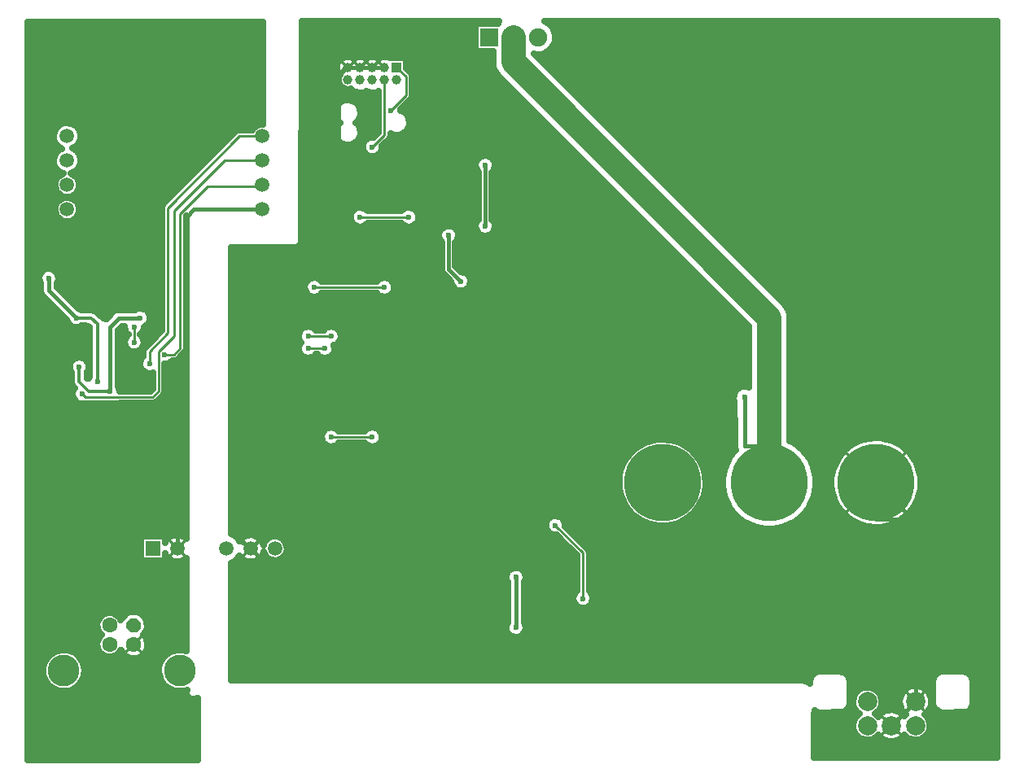
<source format=gbl>
G04 DipTrace 2.3.1.0*
%INreloadpro.back.gbl*%
%MOIN*%
%ADD14C,0.016*%
%ADD15C,0.01*%
%ADD16C,0.014*%
%ADD19C,0.0394*%
%ADD20C,0.08*%
%ADD21C,0.1*%
%ADD23C,0.025*%
%ADD24C,0.013*%
%ADD28C,0.063*%
%ADD29C,0.1299*%
%ADD32R,0.0394X0.0394*%
%ADD33C,0.0394*%
%ADD39C,0.315*%
%ADD44R,0.0748X0.0748*%
%ADD45C,0.0748*%
%ADD49C,0.0787*%
%ADD50C,0.0591*%
%ADD53R,0.0591X0.0591*%
%ADD54C,0.0236*%
%FSLAX44Y44*%
G04*
G70*
G90*
G75*
G01*
%LNBottom*%
%LPD*%
X24312Y9750D2*
D14*
Y11812D1*
X6437Y20425D2*
D16*
Y19812D1*
X6812Y19437D1*
X7687D1*
D14*
Y22062D1*
X8062Y22437D1*
X8937D1*
X18437Y17559D2*
D15*
X16750D1*
X27062Y10937D2*
Y12812D1*
X25937Y13937D1*
X18937Y23687D2*
X16062D1*
X19437Y32687D2*
X19812Y32312D1*
Y31562D1*
X19187Y30937D1*
X6562Y19312D2*
X6687Y19187D1*
X9437D1*
X9687Y19437D1*
Y21062D1*
X10312Y21687D1*
Y26812D1*
X12375Y28875D1*
X13937D1*
X9937Y20937D2*
X10312D1*
X10562Y21187D1*
Y26687D1*
X11687Y27812D1*
X13875D1*
X13937Y27875D1*
X34687Y16687D2*
D20*
Y15687D1*
D21*
Y17187D1*
Y22437D1*
X24213Y32911D1*
Y33937D1*
X33687Y19187D2*
D14*
Y17187D1*
X34687D1*
X19937Y26562D2*
D15*
X17937D1*
X13449Y12992D2*
D14*
X13382D1*
X12937Y13437D1*
Y18687D1*
X39062Y15687D2*
Y14687D1*
Y14187D1*
X39937D1*
Y9437D1*
X25812D1*
X15687D1*
X14937Y10187D1*
Y11437D1*
X13937Y12437D1*
X14004D1*
X13449Y12992D1*
X20062Y21812D2*
Y18437D1*
X18812Y17187D1*
X18437D1*
X17644D1*
X16187Y15730D1*
X13449Y12992D1*
X21437Y24062D2*
D15*
Y19937D1*
Y19812D1*
X20062Y18437D1*
X39062Y14687D2*
D14*
D3*
X25687Y24937D2*
D15*
Y23312D1*
X22312Y19937D1*
X21437D1*
X25812Y11062D2*
Y9437D1*
X26062Y14562D2*
X18437D1*
Y17187D1*
X25312Y25812D2*
Y25312D1*
X25687Y24937D1*
X26812Y27312D2*
Y24437D1*
X25687Y23312D1*
X25187Y28187D2*
Y25937D1*
X25312Y25812D1*
X25187Y29937D2*
Y28187D1*
X25687Y21687D2*
D14*
Y19937D1*
X22312D1*
X18437Y13562D2*
D15*
Y16687D1*
D14*
Y17187D1*
X39695Y5733D2*
X40679Y6718D1*
Y14070D1*
X39062Y15687D1*
X17937Y31062D2*
Y27687D1*
D15*
X14937Y24687D1*
Y15730D1*
X16187D1*
X18937Y32687D2*
D14*
X18437D1*
X17937D1*
X17437D1*
X17312D1*
X17062Y32437D1*
Y26812D1*
D15*
X14937Y24687D1*
X23062Y28687D2*
D14*
Y26187D1*
X21562Y25812D2*
Y24437D1*
X22062Y23937D1*
X18937Y32187D2*
D15*
Y29937D1*
X18437Y29437D1*
X8687Y22062D2*
Y21437D1*
X13937Y29875D2*
X13000D1*
X10062Y26937D1*
Y21812D1*
X9312Y21062D1*
Y20562D1*
X16500Y21187D2*
X15812D1*
X16750Y21687D2*
X15812D1*
X7187Y19812D2*
D16*
Y22187D1*
X6937Y22437D1*
X6312D1*
X5187Y24062D2*
D14*
Y23562D1*
X6312Y22437D1*
X10449Y12992D2*
Y15675D1*
X7437Y18687D1*
X13937Y26875D2*
X11125D1*
X10812Y26562D1*
Y16085D1*
X10449Y15722D1*
Y15675D1*
D54*
X24312Y11812D3*
Y9750D3*
Y11812D3*
D3*
X6437Y20425D3*
X7687Y19437D3*
X8937Y22437D3*
X18437Y17559D3*
X16750D3*
X27062Y10937D3*
X25937Y13937D3*
X18937Y23687D3*
X16062D3*
X19187Y30937D3*
X16062Y23687D3*
X6562Y19312D3*
X9937Y20937D3*
X33687Y19187D3*
X19937Y26562D3*
X17937D3*
X12937Y18687D3*
X20062Y21812D3*
X21437Y24062D3*
X25687Y24937D3*
X25812Y11062D3*
X26062Y14562D3*
X25312Y25812D3*
X25687Y24937D3*
X26812Y27312D3*
X25187Y28187D3*
X25312Y25812D3*
X25187Y29937D3*
Y28187D3*
X25687Y21687D3*
X18437Y13562D3*
X17937Y31062D3*
X23062Y28687D3*
Y26187D3*
X21562Y25812D3*
X22062Y23937D3*
X18437Y29437D3*
X8687Y22062D3*
Y21437D3*
X9312Y20562D3*
X16500Y21187D3*
X15812D3*
X16750Y21687D3*
X15812D3*
X7187Y19812D3*
X6312Y22437D3*
X5187Y24062D3*
X7437Y18687D3*
D19*
X34687Y16687D3*
Y14687D3*
X35687Y15687D3*
X33687D3*
X33937Y16437D3*
X35437D3*
Y14937D3*
X33937D3*
X39062Y16687D3*
Y14687D3*
X38062Y15687D3*
X40062D3*
X39812Y16437D3*
X38312Y14937D3*
Y16437D3*
X39812Y14937D3*
X30312Y16687D3*
Y14687D3*
X31312Y15687D3*
X29312D3*
X29562Y16437D3*
X31062D3*
Y14937D3*
X29562D3*
X4337Y34313D2*
D23*
X13937D1*
X4337Y34065D2*
X13937D1*
X4337Y33816D2*
X13937D1*
X4337Y33567D2*
X13937D1*
X4337Y33319D2*
X13937D1*
X4337Y33070D2*
X13937D1*
X4337Y32821D2*
X13937D1*
X4337Y32573D2*
X13937D1*
X4337Y32324D2*
X13937D1*
X4337Y32075D2*
X13937D1*
X4337Y31826D2*
X13937D1*
X4337Y31578D2*
X13937D1*
X4337Y31329D2*
X13937D1*
X4337Y31080D2*
X13937D1*
X4337Y30832D2*
X13937D1*
X4337Y30583D2*
X13937D1*
X4337Y30334D2*
X5609D1*
X6265D2*
X13742D1*
X4337Y30086D2*
X5402D1*
X6472D2*
X12851D1*
X4337Y29837D2*
X5363D1*
X6511D2*
X12590D1*
X4337Y29588D2*
X5441D1*
X6433D2*
X12344D1*
X4337Y29340D2*
X5617D1*
X6257D2*
X12094D1*
X4337Y29091D2*
X5406D1*
X6468D2*
X11844D1*
X4337Y28842D2*
X5363D1*
X6511D2*
X11598D1*
X4337Y28594D2*
X5437D1*
X6437D2*
X11348D1*
X4337Y28345D2*
X5762D1*
X6112D2*
X11098D1*
X4337Y28096D2*
X5476D1*
X6398D2*
X10851D1*
X4337Y27847D2*
X5422D1*
X6452D2*
X10601D1*
X4337Y27599D2*
X5508D1*
X6366D2*
X10351D1*
X4337Y27350D2*
X5793D1*
X6083D2*
X10105D1*
X4337Y27101D2*
X5476D1*
X6398D2*
X9855D1*
X4337Y26853D2*
X5422D1*
X6452D2*
X9793D1*
X4337Y26604D2*
X5504D1*
X6370D2*
X9793D1*
X4337Y26355D2*
X9793D1*
X4337Y26107D2*
X9793D1*
X4337Y25858D2*
X9793D1*
X4337Y25609D2*
X9793D1*
X4337Y25361D2*
X9793D1*
X4337Y25112D2*
X9793D1*
X4337Y24863D2*
X9793D1*
X4337Y24615D2*
X9793D1*
X4337Y24366D2*
X4910D1*
X5464D2*
X9793D1*
X4337Y24117D2*
X4773D1*
X5601D2*
X9793D1*
X4337Y23868D2*
X4820D1*
X5554D2*
X9793D1*
X4337Y23620D2*
X4828D1*
X5628D2*
X9793D1*
X4337Y23371D2*
X4887D1*
X5878D2*
X9793D1*
X4337Y23122D2*
X5129D1*
X6124D2*
X9793D1*
X4337Y22874D2*
X5375D1*
X6374D2*
X9793D1*
X4337Y22625D2*
X5625D1*
X7233D2*
X7750D1*
X9308D2*
X9793D1*
X4337Y22376D2*
X5875D1*
X9351D2*
X9793D1*
X4337Y22128D2*
X6043D1*
X9206D2*
X9793D1*
X4337Y21879D2*
X6836D1*
X8046D2*
X8312D1*
X9062D2*
X9758D1*
X4337Y21630D2*
X6836D1*
X8046D2*
X8320D1*
X9054D2*
X9508D1*
X4337Y21382D2*
X6836D1*
X8046D2*
X8273D1*
X9101D2*
X9261D1*
X4337Y21133D2*
X6836D1*
X8046D2*
X8410D1*
X4337Y20884D2*
X6836D1*
X8046D2*
X9043D1*
X10632D2*
X10812D1*
X4337Y20636D2*
X6078D1*
X8046D2*
X8898D1*
X10214D2*
X10812D1*
X4337Y20387D2*
X6019D1*
X8046D2*
X8933D1*
X9956D2*
X10812D1*
X4337Y20138D2*
X6086D1*
X8046D2*
X9418D1*
X9956D2*
X10812D1*
X4337Y19889D2*
X6086D1*
X8046D2*
X9418D1*
X9956D2*
X10812D1*
X4337Y19641D2*
X6137D1*
X8050D2*
X9418D1*
X9956D2*
X10812D1*
X4337Y19392D2*
X6152D1*
X9952D2*
X10812D1*
X4337Y19143D2*
X6180D1*
X9765D2*
X10812D1*
X4337Y18895D2*
X10812D1*
X4337Y18646D2*
X10812D1*
X4337Y18397D2*
X10812D1*
X4337Y18149D2*
X10812D1*
X4337Y17900D2*
X10812D1*
X4337Y17651D2*
X10812D1*
X4337Y17403D2*
X10812D1*
X4337Y17154D2*
X10812D1*
X4337Y16905D2*
X10812D1*
X4337Y16656D2*
X10812D1*
X4337Y16408D2*
X10812D1*
X4337Y16159D2*
X10812D1*
X4337Y15910D2*
X10812D1*
X4337Y15662D2*
X10812D1*
X4337Y15413D2*
X10812D1*
X4337Y15164D2*
X10812D1*
X4337Y14916D2*
X10812D1*
X4337Y14667D2*
X10812D1*
X4337Y14418D2*
X10812D1*
X4337Y14170D2*
X10812D1*
X4337Y13921D2*
X10812D1*
X4337Y13672D2*
X10812D1*
X4337Y13424D2*
X8933D1*
X4337Y13175D2*
X8933D1*
X4337Y12926D2*
X8933D1*
X4337Y12677D2*
X8933D1*
X4337Y12429D2*
X10812D1*
X4337Y12180D2*
X10812D1*
X4337Y11931D2*
X10812D1*
X4337Y11683D2*
X10812D1*
X4337Y11434D2*
X10812D1*
X4337Y11185D2*
X10812D1*
X4337Y10937D2*
X10812D1*
X4337Y10688D2*
X10812D1*
X4337Y10439D2*
X10812D1*
X4337Y10191D2*
X7281D1*
X8073D2*
X8211D1*
X9108D2*
X10812D1*
X4337Y9942D2*
X7152D1*
X9233D2*
X10812D1*
X4337Y9693D2*
X7164D1*
X9230D2*
X10812D1*
X4337Y9445D2*
X7324D1*
X9101D2*
X10812D1*
X4337Y9196D2*
X7164D1*
X9237D2*
X10812D1*
X4337Y8947D2*
X7152D1*
X9245D2*
X10812D1*
X4337Y8698D2*
X5316D1*
X6280D2*
X7289D1*
X8066D2*
X8191D1*
X9132D2*
X10058D1*
X4337Y8450D2*
X5066D1*
X6530D2*
X9808D1*
X4337Y8201D2*
X4957D1*
X6640D2*
X9699D1*
X4337Y7952D2*
X4930D1*
X6667D2*
X9672D1*
X4337Y7704D2*
X4980D1*
X6620D2*
X9719D1*
X4337Y7455D2*
X5121D1*
X6480D2*
X9859D1*
X4337Y7206D2*
X5457D1*
X6144D2*
X10195D1*
X4337Y6958D2*
X10840D1*
X4337Y6709D2*
X11269D1*
X4337Y6460D2*
X11269D1*
X4337Y6212D2*
X11269D1*
X4337Y5963D2*
X11269D1*
X4337Y5714D2*
X11269D1*
X4337Y5466D2*
X11269D1*
X4337Y5217D2*
X11269D1*
X4337Y4968D2*
X11269D1*
X4337Y4719D2*
X11269D1*
X4337Y4471D2*
X11269D1*
X8279Y10232D2*
X8361Y10314D1*
X8490Y10383D1*
X8782Y10389D1*
X8923Y10346D1*
X9133Y10143D1*
X9202Y10014D1*
X9207Y9722D1*
X9165Y9581D1*
X9058Y9464D1*
X9138Y9368D1*
X9194Y9257D1*
X9226Y9136D1*
X9229Y9005D1*
X9205Y8883D1*
X9154Y8769D1*
X9080Y8668D1*
X8986Y8587D1*
X8876Y8527D1*
X8756Y8493D1*
X8632Y8486D1*
X8509Y8506D1*
X8393Y8552D1*
X8290Y8623D1*
X8205Y8714D1*
X8141Y8822D1*
X8136Y8834D1*
X8055Y8713D1*
X7961Y8631D1*
X7850Y8575D1*
X7728Y8548D1*
X7603Y8551D1*
X7483Y8583D1*
X7375Y8645D1*
X7284Y8730D1*
X7217Y8835D1*
X7177Y8954D1*
X7168Y9078D1*
X7189Y9201D1*
X7239Y9315D1*
X7315Y9414D1*
X7355Y9445D1*
X7284Y9518D1*
X7217Y9623D1*
X7177Y9741D1*
X7168Y9865D1*
X7189Y9988D1*
X7239Y10103D1*
X7315Y10201D1*
X7413Y10278D1*
X7526Y10330D1*
X7649Y10352D1*
X7773Y10343D1*
X7892Y10305D1*
X7998Y10239D1*
X8085Y10149D1*
X8137Y10058D1*
X8158Y10104D1*
X8279Y10232D1*
X6635Y7864D2*
X6607Y7742D1*
X6562Y7625D1*
X6500Y7517D1*
X6423Y7419D1*
X6332Y7333D1*
X6230Y7262D1*
X6118Y7206D1*
X5999Y7168D1*
X5876Y7147D1*
X5751Y7145D1*
X5627Y7161D1*
X5507Y7196D1*
X5393Y7247D1*
X5289Y7315D1*
X5195Y7398D1*
X5115Y7494D1*
X5049Y7600D1*
X5000Y7715D1*
X4969Y7836D1*
X4955Y7960D1*
X4960Y8085D1*
X4984Y8207D1*
X5025Y8325D1*
X5083Y8436D1*
X5157Y8536D1*
X5245Y8625D1*
X5345Y8700D1*
X5454Y8759D1*
X5572Y8802D1*
X5694Y8826D1*
X5819Y8833D1*
X5943Y8820D1*
X6065Y8790D1*
X6180Y8742D1*
X6287Y8678D1*
X6383Y8598D1*
X6467Y8506D1*
X6536Y8401D1*
X6589Y8288D1*
X6624Y8169D1*
X6644Y7988D1*
X6635Y7864D1*
X6473Y29751D2*
X6431Y29633D1*
X6364Y29528D1*
X6275Y29441D1*
X6165Y29374D1*
X6308Y29281D1*
X6390Y29187D1*
X6449Y29077D1*
X6481Y28957D1*
X6487Y28875D1*
X6473Y28751D1*
X6431Y28633D1*
X6364Y28528D1*
X6275Y28441D1*
X6169Y28375D1*
X6076Y28345D1*
X6230Y28267D1*
X6320Y28181D1*
X6385Y28074D1*
X6421Y27955D1*
X6427Y27875D1*
X6411Y27751D1*
X6365Y27635D1*
X6291Y27535D1*
X6194Y27457D1*
X6080Y27406D1*
X5957Y27385D1*
X5833Y27395D1*
X5715Y27437D1*
X5612Y27507D1*
X5530Y27601D1*
X5474Y27712D1*
X5448Y27834D1*
X5454Y27959D1*
X5491Y28078D1*
X5557Y28184D1*
X5647Y28270D1*
X5756Y28330D1*
X5798Y28341D1*
X5686Y28385D1*
X5582Y28454D1*
X5497Y28545D1*
X5434Y28652D1*
X5396Y28771D1*
X5387Y28896D1*
X5406Y29019D1*
X5452Y29135D1*
X5523Y29237D1*
X5616Y29321D1*
X5708Y29373D1*
X5582Y29454D1*
X5497Y29545D1*
X5434Y29652D1*
X5396Y29771D1*
X5387Y29896D1*
X5406Y30019D1*
X5452Y30135D1*
X5523Y30237D1*
X5616Y30321D1*
X5725Y30382D1*
X5844Y30417D1*
X5969Y30424D1*
X6092Y30403D1*
X6207Y30354D1*
X6308Y30281D1*
X6390Y30187D1*
X6449Y30077D1*
X6481Y29957D1*
X6487Y29875D1*
X6473Y29751D1*
X6411Y26751D2*
X6365Y26635D1*
X6291Y26535D1*
X6194Y26457D1*
X6080Y26406D1*
X5957Y26385D1*
X5833Y26395D1*
X5715Y26437D1*
X5612Y26507D1*
X5530Y26601D1*
X5474Y26712D1*
X5448Y26834D1*
X5454Y26959D1*
X5491Y27078D1*
X5557Y27184D1*
X5647Y27270D1*
X5756Y27330D1*
X5877Y27361D1*
X6001D1*
X6122Y27329D1*
X6230Y27267D1*
X6320Y27181D1*
X6385Y27074D1*
X6421Y26955D1*
X6427Y26875D1*
X6411Y26751D1*
X8022Y21925D2*
X8023Y19640D1*
X8068Y19537D1*
X8080Y19433D1*
X9339Y19432D1*
X9443Y19539D1*
X9442Y20191D1*
X9306Y20168D1*
X9183Y20190D1*
X9074Y20248D1*
X8988Y20338D1*
X8934Y20451D1*
X8918Y20574D1*
X8942Y20696D1*
X9002Y20805D1*
X9068Y20866D1*
X9067Y21062D1*
X9101Y21184D1*
X9139Y21235D1*
X9815Y21912D1*
X9817Y26937D1*
X9851Y27059D1*
X9889Y27110D1*
X12826Y30048D1*
X12937Y30110D1*
X13000Y30120D1*
X13518Y30121D1*
X13557Y30184D1*
X13647Y30270D1*
X13756Y30330D1*
X13877Y30361D1*
X13959D1*
X13962Y31187D1*
Y34566D1*
X13687Y34562D1*
X4312D1*
Y4312D1*
X11292D1*
X11295Y6855D1*
X11082Y6838D1*
X10961Y6861D1*
X10870Y6944D1*
X10837Y7062D1*
X10839Y7200D1*
X10739Y7168D1*
X10616Y7147D1*
X10491Y7145D1*
X10367Y7161D1*
X10247Y7196D1*
X10134Y7247D1*
X10029Y7315D1*
X9935Y7398D1*
X9855Y7494D1*
X9789Y7600D1*
X9740Y7715D1*
X9709Y7836D1*
X9695Y7960D1*
X9700Y8085D1*
X9724Y8207D1*
X9765Y8325D1*
X9823Y8436D1*
X9897Y8536D1*
X9985Y8625D1*
X10085Y8700D1*
X10195Y8759D1*
X10312Y8802D1*
X10435Y8826D1*
X10559Y8833D1*
X10684Y8820D1*
X10837Y8777D1*
Y12605D1*
X10767Y12543D1*
X10658Y12483D1*
X10538Y12449D1*
X10413Y12443D1*
X10290Y12465D1*
X10176Y12514D1*
X10075Y12588D1*
X9994Y12683D1*
X9939Y12785D1*
Y12502D1*
X8959D1*
Y13482D1*
X9939D1*
X9942Y13207D1*
X10004Y13316D1*
X10088Y13408D1*
X10191Y13478D1*
X10307Y13524D1*
X10431Y13542D1*
X10555Y13532D1*
X10674Y13494D1*
X10781Y13431D1*
X10837Y13382D1*
Y26613D1*
X10807Y26562D1*
Y21187D1*
X10773Y21065D1*
X10735Y21014D1*
X10485Y20764D1*
X10375Y20701D1*
X10312Y20692D1*
X10246D1*
X10166Y20616D1*
X10054Y20561D1*
X9935Y20544D1*
X9932Y19437D1*
X9898Y19315D1*
X9860Y19264D1*
X9610Y19014D1*
X9500Y18951D1*
X9437Y18942D1*
X6679Y18936D1*
X6556Y18918D1*
X6433Y18940D1*
X6324Y18998D1*
X6238Y19088D1*
X6184Y19201D1*
X6168Y19324D1*
X6192Y19446D1*
X6246Y19545D1*
X6207Y19582D1*
X6138Y19685D1*
X6112Y19812D1*
Y20199D1*
X6059Y20314D1*
X6043Y20437D1*
X6067Y20559D1*
X6127Y20668D1*
X6218Y20753D1*
X6331Y20805D1*
X6455Y20819D1*
X6577Y20794D1*
X6685Y20732D1*
X6768Y20639D1*
X6818Y20525D1*
X6831Y20425D1*
X6811Y20302D1*
X6763Y20209D1*
X6762Y19945D1*
X6817Y19946D1*
X6864Y20031D1*
X6862Y22050D1*
X6687Y22112D1*
X6535D1*
X6429Y22061D1*
X6306Y22043D1*
X6183Y22065D1*
X6074Y22123D1*
X5988Y22213D1*
X5932Y22345D1*
X4950Y23325D1*
X4880Y23428D1*
X4852Y23562D1*
Y23855D1*
X4809Y23951D1*
X4793Y24074D1*
X4817Y24196D1*
X4877Y24305D1*
X4968Y24390D1*
X5081Y24442D1*
X5205Y24456D1*
X5327Y24430D1*
X5435Y24368D1*
X5518Y24276D1*
X5568Y24162D1*
X5581Y24062D1*
X5561Y23939D1*
X5520Y23860D1*
X5522Y23699D1*
X6404Y22818D1*
X6452Y22805D1*
X6530Y22761D1*
X6937Y22762D1*
X7059Y22738D1*
X7167Y22667D1*
X7419Y22414D1*
X7539Y22387D1*
X7825Y22674D1*
X7928Y22744D1*
X8062Y22772D1*
X8730D1*
X8831Y22817D1*
X8955Y22831D1*
X9077Y22805D1*
X9185Y22743D1*
X9268Y22651D1*
X9318Y22537D1*
X9331Y22437D1*
X9311Y22314D1*
X9254Y22203D1*
X9166Y22116D1*
X9079Y22073D1*
X9061Y21939D1*
X9004Y21828D1*
X8930Y21755D1*
X9018Y21651D1*
X9068Y21537D1*
X9081Y21437D1*
X9061Y21314D1*
X9004Y21203D1*
X8916Y21116D1*
X8804Y21061D1*
X8681Y21043D1*
X8558Y21065D1*
X8449Y21123D1*
X8363Y21213D1*
X8309Y21326D1*
X8293Y21449D1*
X8317Y21571D1*
X8377Y21680D1*
X8443Y21741D1*
X8363Y21838D1*
X8309Y21951D1*
X8293Y22074D1*
X8298Y22101D1*
X8202Y22103D1*
X8020Y21921D1*
X8661Y9055D2*
D24*
X9064Y8652D1*
Y9458D2*
X8259Y8652D1*
X10060Y13381D2*
X10838Y12603D1*
Y13381D2*
X10060Y12603D1*
X15562Y34452D2*
D23*
X22618D1*
X25726D2*
X43989D1*
X15562Y34204D2*
X22618D1*
X25894D2*
X43989D1*
X15562Y33955D2*
X22618D1*
X25945D2*
X43989D1*
X15562Y33706D2*
X22618D1*
X25906D2*
X43989D1*
X15562Y33457D2*
X22618D1*
X25762D2*
X43989D1*
X15562Y33209D2*
X23352D1*
X25121D2*
X43989D1*
X15562Y32960D2*
X17051D1*
X19855D2*
X23352D1*
X25371D2*
X43989D1*
X15562Y32711D2*
X16962D1*
X19855D2*
X23376D1*
X25617D2*
X43989D1*
X15562Y32463D2*
X17020D1*
X20031D2*
X23485D1*
X25867D2*
X43989D1*
X15562Y32214D2*
X17020D1*
X20082D2*
X23704D1*
X26117D2*
X43989D1*
X15562Y31965D2*
X17090D1*
X20082D2*
X23954D1*
X26363D2*
X43989D1*
X15562Y31717D2*
X17665D1*
X20082D2*
X24200D1*
X26613D2*
X43989D1*
X15562Y31468D2*
X18669D1*
X20062D2*
X24450D1*
X26863D2*
X43989D1*
X15562Y31219D2*
X17055D1*
X17816D2*
X18669D1*
X19840D2*
X24700D1*
X27109D2*
X43989D1*
X15562Y30971D2*
X16907D1*
X17965D2*
X18669D1*
X19605D2*
X24946D1*
X27359D2*
X43989D1*
X15562Y30722D2*
X16903D1*
X17972D2*
X18669D1*
X19898D2*
X25196D1*
X27609D2*
X43989D1*
X15562Y30473D2*
X17040D1*
X17836D2*
X18669D1*
X19984D2*
X25446D1*
X27855D2*
X43989D1*
X15562Y30225D2*
X16926D1*
X17949D2*
X18669D1*
X19937D2*
X25692D1*
X28105D2*
X43989D1*
X15562Y29976D2*
X16895D1*
X17980D2*
X18606D1*
X19707D2*
X25942D1*
X28355D2*
X43989D1*
X15562Y29727D2*
X16993D1*
X17883D2*
X18145D1*
X19097D2*
X26192D1*
X28601D2*
X43989D1*
X15562Y29478D2*
X18020D1*
X18855D2*
X26438D1*
X28851D2*
X43989D1*
X15562Y29230D2*
X18079D1*
X18797D2*
X26688D1*
X29101D2*
X43989D1*
X15562Y28981D2*
X22774D1*
X23347D2*
X26938D1*
X29347D2*
X43989D1*
X15562Y28732D2*
X22645D1*
X23476D2*
X27184D1*
X29597D2*
X43989D1*
X15562Y28484D2*
X22700D1*
X23426D2*
X27434D1*
X29847D2*
X43989D1*
X15562Y28235D2*
X22762D1*
X23363D2*
X27684D1*
X30094D2*
X43989D1*
X15562Y27986D2*
X22762D1*
X23363D2*
X27930D1*
X30344D2*
X43989D1*
X15562Y27738D2*
X22762D1*
X23363D2*
X28180D1*
X30594D2*
X43989D1*
X15562Y27489D2*
X22762D1*
X23363D2*
X28430D1*
X30840D2*
X43989D1*
X15562Y27240D2*
X22762D1*
X23363D2*
X28676D1*
X31090D2*
X43989D1*
X15562Y26992D2*
X22762D1*
X23363D2*
X28926D1*
X31340D2*
X43989D1*
X15562Y26743D2*
X17563D1*
X20312D2*
X22762D1*
X23363D2*
X29176D1*
X31586D2*
X43989D1*
X15562Y26494D2*
X17524D1*
X20351D2*
X22762D1*
X23363D2*
X29422D1*
X31836D2*
X43989D1*
X15562Y26246D2*
X17676D1*
X18195D2*
X19676D1*
X20195D2*
X22649D1*
X23476D2*
X29672D1*
X32086D2*
X43989D1*
X15562Y25997D2*
X21188D1*
X21933D2*
X22692D1*
X23433D2*
X29922D1*
X32332D2*
X43989D1*
X15562Y25748D2*
X21149D1*
X21976D2*
X30169D1*
X32582D2*
X43989D1*
X15555Y25499D2*
X21262D1*
X21863D2*
X30419D1*
X32832D2*
X43989D1*
X12687Y25251D2*
X21262D1*
X21863D2*
X30669D1*
X33078D2*
X43989D1*
X12687Y25002D2*
X21262D1*
X21863D2*
X30915D1*
X33328D2*
X43989D1*
X12687Y24753D2*
X21262D1*
X21863D2*
X31165D1*
X33578D2*
X43989D1*
X12687Y24505D2*
X21262D1*
X21906D2*
X31415D1*
X33824D2*
X43989D1*
X12687Y24256D2*
X21329D1*
X22316D2*
X31661D1*
X34074D2*
X43989D1*
X12687Y24007D2*
X15809D1*
X16316D2*
X18684D1*
X19191D2*
X21579D1*
X22476D2*
X31911D1*
X34324D2*
X43989D1*
X12687Y23759D2*
X15649D1*
X19347D2*
X21684D1*
X22437D2*
X32161D1*
X34570D2*
X43989D1*
X12687Y23510D2*
X15684D1*
X19312D2*
X32407D1*
X34820D2*
X43989D1*
X12687Y23261D2*
X32657D1*
X35070D2*
X43989D1*
X12687Y23013D2*
X32907D1*
X35316D2*
X43989D1*
X12687Y22764D2*
X33153D1*
X35480D2*
X43989D1*
X12687Y22515D2*
X33403D1*
X35543D2*
X43989D1*
X12687Y22267D2*
X33653D1*
X35547D2*
X43989D1*
X12687Y22018D2*
X15575D1*
X16051D2*
X16512D1*
X16988D2*
X33829D1*
X35547D2*
X43989D1*
X12687Y21769D2*
X15403D1*
X17160D2*
X33829D1*
X35547D2*
X43989D1*
X12687Y21520D2*
X15430D1*
X17133D2*
X33829D1*
X35547D2*
X43989D1*
X12687Y21272D2*
X15403D1*
X16910D2*
X33829D1*
X35547D2*
X43989D1*
X12687Y21023D2*
X15430D1*
X16883D2*
X33829D1*
X35547D2*
X43989D1*
X12687Y20774D2*
X33829D1*
X35547D2*
X43989D1*
X12687Y20526D2*
X33829D1*
X35547D2*
X43989D1*
X12687Y20277D2*
X33829D1*
X35547D2*
X43989D1*
X12687Y20028D2*
X33829D1*
X35547D2*
X43989D1*
X12687Y19780D2*
X33829D1*
X35547D2*
X43989D1*
X12687Y19531D2*
X33368D1*
X35547D2*
X43989D1*
X12687Y19282D2*
X33219D1*
X35547D2*
X43989D1*
X12687Y19034D2*
X33235D1*
X35547D2*
X43989D1*
X12687Y18785D2*
X33247D1*
X35547D2*
X43989D1*
X12687Y18536D2*
X33247D1*
X35547D2*
X43989D1*
X12687Y18288D2*
X33247D1*
X35547D2*
X43989D1*
X12687Y18039D2*
X33247D1*
X35547D2*
X43989D1*
X12687Y17790D2*
X16407D1*
X18781D2*
X33247D1*
X35547D2*
X43989D1*
X12687Y17541D2*
X16333D1*
X18855D2*
X33247D1*
X35547D2*
X43989D1*
X12687Y17293D2*
X16434D1*
X17066D2*
X18122D1*
X18754D2*
X29544D1*
X31082D2*
X33247D1*
X35746D2*
X38161D1*
X39965D2*
X43989D1*
X12687Y17044D2*
X29153D1*
X31472D2*
X33274D1*
X36055D2*
X37809D1*
X40312D2*
X43989D1*
X12687Y16795D2*
X28907D1*
X31715D2*
X33106D1*
X36265D2*
X37583D1*
X40543D2*
X43989D1*
X12687Y16547D2*
X28739D1*
X31883D2*
X32958D1*
X36418D2*
X37422D1*
X40703D2*
X43989D1*
X12687Y16298D2*
X28626D1*
X31996D2*
X32852D1*
X36519D2*
X37313D1*
X40812D2*
X43989D1*
X12687Y16049D2*
X28555D1*
X32070D2*
X32786D1*
X36586D2*
X37243D1*
X40879D2*
X43989D1*
X12687Y15801D2*
X28520D1*
X32101D2*
X32755D1*
X36617D2*
X37212D1*
X40914D2*
X43989D1*
X12687Y15552D2*
X28524D1*
X32101D2*
X32758D1*
X36617D2*
X37212D1*
X40910D2*
X43989D1*
X12687Y15303D2*
X28559D1*
X32066D2*
X32790D1*
X36582D2*
X37247D1*
X40875D2*
X43989D1*
X12687Y15055D2*
X28633D1*
X31988D2*
X32860D1*
X36515D2*
X37321D1*
X40805D2*
X43989D1*
X12687Y14806D2*
X28751D1*
X31871D2*
X32969D1*
X36406D2*
X37434D1*
X40691D2*
X43989D1*
X12687Y14557D2*
X28926D1*
X31699D2*
X33122D1*
X36250D2*
X37598D1*
X40527D2*
X43989D1*
X12687Y14309D2*
X25782D1*
X26094D2*
X29176D1*
X31445D2*
X33340D1*
X36035D2*
X37833D1*
X40289D2*
X43989D1*
X12687Y14060D2*
X25540D1*
X26336D2*
X29590D1*
X31031D2*
X33661D1*
X35711D2*
X38200D1*
X39926D2*
X43989D1*
X12687Y13811D2*
X25540D1*
X26433D2*
X34305D1*
X35070D2*
X43989D1*
X12742Y13562D2*
X25790D1*
X26683D2*
X43989D1*
X13922Y13314D2*
X14055D1*
X14844D2*
X26188D1*
X26933D2*
X43989D1*
X14957Y13065D2*
X26438D1*
X27180D2*
X43989D1*
X14930Y12816D2*
X26688D1*
X27332D2*
X43989D1*
X12941Y12568D2*
X13071D1*
X13824D2*
X14180D1*
X14719D2*
X26794D1*
X27332D2*
X43989D1*
X12687Y12319D2*
X26794D1*
X27332D2*
X43989D1*
X12687Y12070D2*
X23989D1*
X24633D2*
X26794D1*
X27332D2*
X43989D1*
X12687Y11822D2*
X23895D1*
X24730D2*
X26794D1*
X27332D2*
X43989D1*
X12687Y11573D2*
X23954D1*
X24672D2*
X26794D1*
X27332D2*
X43989D1*
X12687Y11324D2*
X23954D1*
X24672D2*
X26794D1*
X27332D2*
X43989D1*
X12687Y11076D2*
X23954D1*
X24672D2*
X26669D1*
X27457D2*
X43989D1*
X12687Y10827D2*
X23954D1*
X24672D2*
X26657D1*
X27465D2*
X43989D1*
X12687Y10578D2*
X23954D1*
X24672D2*
X26876D1*
X27250D2*
X43989D1*
X12687Y10330D2*
X23954D1*
X24672D2*
X43989D1*
X12687Y10081D2*
X23954D1*
X24672D2*
X43989D1*
X12687Y9832D2*
X23903D1*
X24722D2*
X43989D1*
X12687Y9583D2*
X23930D1*
X24695D2*
X43989D1*
X12687Y9335D2*
X43989D1*
X12687Y9086D2*
X43989D1*
X12687Y8837D2*
X43989D1*
X12687Y8589D2*
X43989D1*
X12687Y8340D2*
X43989D1*
X12687Y8091D2*
X43989D1*
X12687Y7843D2*
X36473D1*
X37875D2*
X41516D1*
X42914D2*
X43989D1*
X36097Y7594D2*
X36337D1*
X38012D2*
X41376D1*
X43051D2*
X43989D1*
X38019Y7345D2*
X40493D1*
X40867D2*
X41372D1*
X43058D2*
X43989D1*
X38019Y7097D2*
X38235D1*
X39187D2*
X40130D1*
X41230D2*
X41369D1*
X43058D2*
X43989D1*
X39308Y6848D2*
X40020D1*
X43058D2*
X43989D1*
X39312Y6599D2*
X40016D1*
X43047D2*
X43989D1*
X37836Y6351D2*
X38227D1*
X39195D2*
X39469D1*
X39918D2*
X40118D1*
X41238D2*
X41551D1*
X42879D2*
X43989D1*
X36562Y6102D2*
X38227D1*
X41164D2*
X43989D1*
X36562Y5853D2*
X38110D1*
X41281D2*
X43989D1*
X36562Y5604D2*
X38110D1*
X41277D2*
X43989D1*
X36562Y5356D2*
X38235D1*
X41156D2*
X43989D1*
X36562Y5107D2*
X39501D1*
X39890D2*
X43989D1*
X36562Y4858D2*
X43989D1*
X36562Y4610D2*
X43989D1*
X36593Y15562D2*
X36560Y15314D1*
X36495Y15073D1*
X36400Y14842D1*
X36275Y14626D1*
X36123Y14428D1*
X35946Y14251D1*
X35748Y14099D1*
X35532Y13974D1*
X35301Y13879D1*
X35060Y13814D1*
X34812Y13781D1*
X34562D1*
X34314Y13814D1*
X34073Y13879D1*
X33842Y13974D1*
X33626Y14099D1*
X33428Y14251D1*
X33251Y14428D1*
X33099Y14626D1*
X32974Y14842D1*
X32879Y15073D1*
X32814Y15315D1*
X32781Y15562D1*
Y15812D1*
X32814Y16060D1*
X32879Y16301D1*
X32974Y16532D1*
X33099Y16748D1*
X33251Y16946D1*
X33310Y17014D1*
X33275Y17133D1*
X33272Y17687D1*
X33267Y19018D1*
X33236Y19139D1*
X33240Y19263D1*
X33278Y19382D1*
X33347Y19486D1*
X33441Y19567D1*
X33554Y19620D1*
X33677Y19640D1*
X33801Y19626D1*
X33855Y19603D1*
X33852Y21187D1*
Y22089D1*
X24109Y31834D1*
X23622Y32321D1*
X23541Y32416D1*
X23474Y32521D1*
X23424Y32636D1*
X23392Y32757D1*
X23378Y32911D1*
Y33368D1*
X22644D1*
Y34506D1*
X23601D1*
X23636Y34587D1*
X15538D1*
X15537Y25562D1*
X15503Y25443D1*
X15392Y25352D1*
X15312Y25337D1*
X12660D1*
X12662Y24062D1*
Y13582D1*
X12720Y13561D1*
X12826Y13497D1*
X12918Y13412D1*
X12997Y13301D1*
X13035Y13355D1*
X13128Y13439D1*
X13236Y13500D1*
X13356Y13535D1*
X13481Y13541D1*
X13604Y13520D1*
X13719Y13472D1*
X13820Y13399D1*
X13902Y13305D1*
X13960Y13195D1*
X13980Y13135D1*
X14003Y13196D1*
X14068Y13301D1*
X14159Y13387D1*
X14268Y13448D1*
X14389Y13479D1*
X14513Y13478D1*
X14634Y13446D1*
X14742Y13385D1*
X14832Y13298D1*
X14897Y13192D1*
X14933Y13072D1*
X14939Y12992D1*
X14923Y12868D1*
X14877Y12753D1*
X14803Y12653D1*
X14705Y12574D1*
X14592Y12523D1*
X14469Y12502D1*
X14345Y12513D1*
X14227Y12555D1*
X14124Y12625D1*
X14042Y12719D1*
X13980Y12857D1*
X13954Y12773D1*
X13891Y12665D1*
X13807Y12574D1*
X13703Y12504D1*
X13587Y12459D1*
X13463Y12442D1*
X13339Y12453D1*
X13220Y12492D1*
X13113Y12556D1*
X13024Y12643D1*
X12996Y12679D1*
X12891Y12543D1*
X12794Y12465D1*
X12664Y12402D1*
X12662Y10312D1*
Y7597D1*
X14081Y7600D1*
X35947Y7605D1*
X36025D1*
X36184Y7566D1*
X36223Y7550D1*
X36356Y7458D1*
Y7525D1*
X36374Y7648D1*
X36428Y7760D1*
X36511Y7853D1*
X36618Y7917D1*
X36742Y7947D1*
X37568Y7950D1*
X37691Y7931D1*
X37804Y7878D1*
X37896Y7795D1*
X37961Y7688D1*
X37991Y7563D1*
X37993Y6698D1*
X37975Y6575D1*
X37922Y6462D1*
X37838Y6370D1*
X37732Y6306D1*
X37607Y6275D1*
X36781Y6273D1*
X36658Y6291D1*
X36542Y6347D1*
X36579Y6325D1*
X36537Y6225D1*
Y4409D1*
X37189Y4412D1*
X44013Y4410D1*
X44011Y34587D1*
X25499D1*
X25599Y34531D1*
X25697Y34454D1*
X25781Y34361D1*
X25846Y34255D1*
X25892Y34139D1*
X25917Y34017D1*
X25922Y33937D1*
X25911Y33813D1*
X25878Y33692D1*
X25825Y33579D1*
X25753Y33477D1*
X25664Y33390D1*
X25561Y33319D1*
X25447Y33268D1*
X25326Y33237D1*
X25201Y33228D1*
X25058Y33246D1*
X35277Y23027D1*
X35359Y22933D1*
X35425Y22827D1*
X35475Y22713D1*
X35508Y22592D1*
X35522Y22437D1*
Y17402D1*
X35642Y17341D1*
X35850Y17202D1*
X36038Y17037D1*
X36202Y16849D1*
X36341Y16642D1*
X36452Y16418D1*
X36532Y16181D1*
X36581Y15936D1*
X36597Y15687D1*
X36593Y15562D1*
X40892Y15662D2*
X40875Y15438D1*
X40831Y15217D1*
X40760Y15004D1*
X40663Y14801D1*
X40542Y14611D1*
X40399Y14438D1*
X40236Y14283D1*
X40055Y14150D1*
X39859Y14040D1*
X39651Y13954D1*
X39434Y13895D1*
X39211Y13863D1*
X38986Y13859D1*
X38763Y13882D1*
X38543Y13932D1*
X38332Y14009D1*
X38132Y14111D1*
X37946Y14237D1*
X37776Y14385D1*
X37626Y14553D1*
X37498Y14737D1*
X37393Y14936D1*
X37314Y15147D1*
X37261Y15365D1*
X37235Y15589D1*
X37237Y15813D1*
X37266Y16036D1*
X37322Y16254D1*
X37405Y16463D1*
X37513Y16661D1*
X37644Y16843D1*
X37796Y17008D1*
X37968Y17154D1*
X38156Y17277D1*
X38358Y17376D1*
X38570Y17450D1*
X38790Y17497D1*
X39014Y17516D1*
X39239Y17508D1*
X39461Y17473D1*
X39677Y17410D1*
X39884Y17322D1*
X40078Y17209D1*
X40257Y17073D1*
X40418Y16916D1*
X40558Y16740D1*
X40676Y16549D1*
X40770Y16344D1*
X40837Y16130D1*
X40878Y15908D1*
X40892Y15687D1*
Y15662D1*
X41254Y5609D2*
X41215Y5491D1*
X41152Y5383D1*
X41068Y5291D1*
X40966Y5219D1*
X40851Y5170D1*
X40729Y5147D1*
X40604Y5149D1*
X40483Y5178D1*
X40370Y5232D1*
X40271Y5309D1*
X40224Y5358D1*
X40142Y5264D1*
X40044Y5187D1*
X39933Y5130D1*
X39813Y5095D1*
X39689Y5085D1*
X39565Y5098D1*
X39445Y5134D1*
X39335Y5193D1*
X39238Y5272D1*
X39164Y5360D1*
X39099Y5291D1*
X38997Y5219D1*
X38883Y5170D1*
X38760Y5147D1*
X38635Y5149D1*
X38514Y5178D1*
X38401Y5232D1*
X38303Y5309D1*
X38222Y5404D1*
X38164Y5514D1*
X38130Y5634D1*
X38122Y5759D1*
X38141Y5882D1*
X38185Y5999D1*
X38253Y6104D1*
X38341Y6192D1*
X38390Y6223D1*
X38303Y6293D1*
X38222Y6388D1*
X38164Y6498D1*
X38130Y6619D1*
X38122Y6743D1*
X38141Y6866D1*
X38185Y6983D1*
X38253Y7088D1*
X38341Y7176D1*
X38446Y7244D1*
X38563Y7287D1*
X38686Y7306D1*
X38811Y7298D1*
X38931Y7263D1*
X39041Y7205D1*
X39136Y7124D1*
X39212Y7025D1*
X39266Y6913D1*
X39295Y6791D1*
X39299Y6718D1*
X39286Y6593D1*
X39247Y6475D1*
X39184Y6367D1*
X39099Y6276D1*
X39032Y6228D1*
X39136Y6140D1*
X39162Y6106D1*
X39256Y6211D1*
X39355Y6286D1*
X39468Y6341D1*
X39588Y6373D1*
X39713Y6382D1*
X39837Y6366D1*
X39955Y6327D1*
X40064Y6266D1*
X40159Y6186D1*
X40225Y6107D1*
X40299Y6192D1*
X40205Y6274D1*
X40129Y6373D1*
X40073Y6485D1*
X40040Y6605D1*
X40030Y6730D1*
X40045Y6854D1*
X40082Y6972D1*
X40142Y7082D1*
X40222Y7178D1*
X40319Y7257D1*
X40429Y7316D1*
X40548Y7353D1*
X40672Y7366D1*
X40796Y7356D1*
X40916Y7321D1*
X41028Y7265D1*
X41126Y7188D1*
X41208Y7093D1*
X41270Y6985D1*
X41310Y6867D1*
X41327Y6743D1*
X41320Y6618D1*
X41289Y6497D1*
X41235Y6384D1*
X41161Y6284D1*
X41069Y6199D1*
X41054Y6188D1*
X41105Y6140D1*
X41181Y6041D1*
X41234Y5928D1*
X41263Y5807D1*
X41268Y5733D1*
X41254Y5609D1*
X19944Y30313D2*
X19900Y30196D1*
X19830Y30093D1*
X19737Y30010D1*
X19627Y29951D1*
X19507Y29920D1*
X19382Y29918D1*
X19261Y29946D1*
X19180Y29986D1*
X19182Y29937D1*
X19148Y29815D1*
X19110Y29764D1*
X18826Y29479D1*
X18831Y29437D1*
X18811Y29314D1*
X18754Y29203D1*
X18666Y29116D1*
X18554Y29061D1*
X18431Y29043D1*
X18308Y29065D1*
X18199Y29123D1*
X18113Y29213D1*
X18059Y29326D1*
X18043Y29449D1*
X18067Y29571D1*
X18127Y29680D1*
X18218Y29765D1*
X18331Y29817D1*
X18455Y29831D1*
X18482Y29825D1*
X18692Y30038D1*
Y31722D1*
X18642Y31696D1*
X18522Y31662D1*
X18397Y31657D1*
X18275Y31680D1*
X18186Y31721D1*
X18142Y31696D1*
X18022Y31662D1*
X17897Y31657D1*
X17775Y31680D1*
X17662Y31732D1*
X17561Y31812D1*
X17428Y31795D1*
X17305Y31818D1*
X17196Y31878D1*
X17111Y31969D1*
X17059Y32082D1*
X17046Y32206D1*
X17071Y32328D1*
X17105Y32385D1*
X17063Y32433D1*
X17017Y32521D1*
X16990Y32618D1*
X16986Y32717D1*
X17004Y32816D1*
X17043Y32908D1*
X17101Y32989D1*
X17175Y33055D1*
X17262Y33104D1*
X17358Y33132D1*
X17458Y33138D1*
X17556Y33123D1*
X17649Y33086D1*
X17687Y33063D1*
X17786Y33113D1*
X17883Y33136D1*
X17983Y33137D1*
X18080Y33116D1*
X18171Y33074D1*
X18187Y33063D1*
X18286Y33113D1*
X18383Y33136D1*
X18483Y33137D1*
X18580Y33116D1*
X18671Y33074D1*
X18687Y33063D1*
X18786Y33113D1*
X18883Y33136D1*
X18983Y33137D1*
X19080Y33116D1*
X19162Y33079D1*
X19829D1*
Y32645D1*
X19985Y32485D1*
X20048Y32375D1*
X20057Y32312D1*
Y31562D1*
X20023Y31440D1*
X19985Y31389D1*
X19579Y30983D1*
X19599Y30933D1*
X19712Y30880D1*
X19810Y30802D1*
X19886Y30704D1*
X19936Y30590D1*
X19959Y30437D1*
X19944Y30313D1*
X17944Y29913D2*
X17900Y29796D1*
X17830Y29693D1*
X17737Y29610D1*
X17627Y29551D1*
X17507Y29520D1*
X17382Y29518D1*
X17261Y29546D1*
X17149Y29602D1*
X17054Y29682D1*
X16981Y29783D1*
X16934Y29899D1*
X16915Y30022D1*
X16927Y30146D1*
X16967Y30264D1*
X17034Y30369D1*
X17105Y30436D1*
X17054Y30482D1*
X16981Y30583D1*
X16934Y30699D1*
X16915Y30822D1*
X16927Y30946D1*
X16967Y31064D1*
X17034Y31169D1*
X17125Y31255D1*
X17233Y31317D1*
X17353Y31352D1*
X17477Y31357D1*
X17599Y31333D1*
X17712Y31280D1*
X17810Y31202D1*
X17886Y31104D1*
X17936Y30990D1*
X17959Y30837D1*
X17944Y30713D1*
X17900Y30596D1*
X17830Y30493D1*
X17769Y30439D1*
X17810Y30402D1*
X17886Y30304D1*
X17936Y30190D1*
X17959Y30037D1*
X17944Y29913D1*
X32077Y15562D2*
X32042Y15315D1*
X31973Y15075D1*
X31870Y14847D1*
X31736Y14636D1*
X31574Y14446D1*
X31387Y14281D1*
X31178Y14144D1*
X30952Y14037D1*
X30713Y13963D1*
X30467Y13924D1*
X30217Y13920D1*
X29969Y13951D1*
X29728Y14016D1*
X29499Y14115D1*
X29286Y14245D1*
X29093Y14404D1*
X28924Y14589D1*
X28783Y14795D1*
X28673Y15019D1*
X28595Y15256D1*
X28552Y15502D1*
X28543Y15752D1*
X28570Y16000D1*
X28632Y16242D1*
X28727Y16474D1*
X28853Y16689D1*
X29009Y16884D1*
X29190Y17056D1*
X29394Y17200D1*
X29616Y17314D1*
X29852Y17396D1*
X30098Y17444D1*
X30347Y17456D1*
X30596Y17434D1*
X30839Y17377D1*
X31072Y17286D1*
X31289Y17163D1*
X31487Y17010D1*
X31662Y16832D1*
X31809Y16630D1*
X31927Y16410D1*
X32013Y16176D1*
X32065Y15931D1*
X32082Y15687D1*
X32077Y15562D1*
X41946Y7950D2*
X42608D1*
X42731Y7931D1*
X42844Y7878D1*
X42936Y7795D1*
X43001Y7688D1*
X43031Y7563D1*
X43033Y6698D1*
X43015Y6575D1*
X42962Y6462D1*
X42878Y6370D1*
X42772Y6306D1*
X42647Y6275D1*
X41821Y6273D1*
X41698Y6291D1*
X41585Y6345D1*
X41493Y6428D1*
X41429Y6535D1*
X41398Y6660D1*
X41396Y7525D1*
X41414Y7648D1*
X41468Y7760D1*
X41551Y7853D1*
X41658Y7917D1*
X41782Y7947D1*
X41946Y7950D1*
X23977Y9957D2*
Y11605D1*
X23934Y11701D1*
X23918Y11824D1*
X23942Y11946D1*
X24002Y12055D1*
X24093Y12140D1*
X24206Y12192D1*
X24330Y12206D1*
X24452Y12180D1*
X24560Y12118D1*
X24643Y12026D1*
X24693Y11912D1*
X24706Y11812D1*
X24686Y11689D1*
X24645Y11610D1*
X24647Y9957D1*
X24693Y9849D1*
X24706Y9750D1*
X24686Y9627D1*
X24629Y9516D1*
X24541Y9429D1*
X24429Y9373D1*
X24306Y9355D1*
X24183Y9377D1*
X24074Y9436D1*
X23988Y9526D1*
X23934Y9638D1*
X23918Y9762D1*
X23942Y9884D1*
X23977Y9948D1*
X23976Y11613D2*
X23934Y11701D1*
X23918Y11824D1*
X23942Y11946D1*
X24002Y12055D1*
X24093Y12140D1*
X24206Y12192D1*
X24330Y12206D1*
X24452Y12180D1*
X24560Y12118D1*
X24643Y12026D1*
X24693Y11912D1*
X24706Y11812D1*
X24686Y11689D1*
X24645Y11610D1*
X23976Y11613D2*
X23934Y11701D1*
X23918Y11824D1*
X23942Y11946D1*
X24002Y12055D1*
X24093Y12140D1*
X24206Y12192D1*
X24330Y12206D1*
X24452Y12180D1*
X24560Y12118D1*
X24643Y12026D1*
X24693Y11912D1*
X24706Y11812D1*
X24686Y11689D1*
X24645Y11610D1*
X18128Y17314D2*
X17058D1*
X16978Y17238D1*
X16867Y17183D1*
X16743Y17165D1*
X16621Y17187D1*
X16511Y17245D1*
X16425Y17335D1*
X16372Y17448D1*
X16356Y17571D1*
X16379Y17693D1*
X16439Y17802D1*
X16531Y17887D1*
X16644Y17939D1*
X16768Y17953D1*
X16889Y17927D1*
X16997Y17865D1*
X17052Y17805D1*
X18128Y17804D1*
X18218Y17887D1*
X18331Y17939D1*
X18455Y17953D1*
X18577Y17927D1*
X18685Y17865D1*
X18768Y17773D1*
X18818Y17659D1*
X18831Y17559D1*
X18811Y17436D1*
X18754Y17325D1*
X18666Y17238D1*
X18554Y17183D1*
X18431Y17165D1*
X18308Y17187D1*
X18199Y17245D1*
X18131Y17316D1*
X26817Y11246D2*
Y12714D1*
X26270Y13257D1*
X25980Y13548D1*
X25931Y13543D1*
X25808Y13565D1*
X25699Y13623D1*
X25613Y13713D1*
X25559Y13826D1*
X25543Y13949D1*
X25567Y14071D1*
X25627Y14180D1*
X25718Y14265D1*
X25831Y14317D1*
X25955Y14331D1*
X26077Y14305D1*
X26185Y14243D1*
X26268Y14151D1*
X26318Y14037D1*
X26331Y13937D1*
X26324Y13895D1*
X27235Y12985D1*
X27298Y12875D1*
X27307Y12812D1*
X27310Y11243D1*
X27393Y11151D1*
X27443Y11037D1*
X27456Y10937D1*
X27436Y10814D1*
X27379Y10703D1*
X27291Y10616D1*
X27179Y10561D1*
X27056Y10543D1*
X26933Y10565D1*
X26824Y10623D1*
X26738Y10713D1*
X26684Y10826D1*
X26668Y10949D1*
X26692Y11071D1*
X26752Y11180D1*
X26818Y11241D1*
X18628Y23442D2*
X16371D1*
X16291Y23366D1*
X16179Y23311D1*
X16056Y23293D1*
X15933Y23315D1*
X15824Y23373D1*
X15738Y23463D1*
X15684Y23576D1*
X15668Y23699D1*
X15692Y23821D1*
X15752Y23930D1*
X15843Y24015D1*
X15956Y24067D1*
X16080Y24081D1*
X16202Y24055D1*
X16310Y23993D1*
X16364Y23933D1*
X18628Y23932D1*
X18718Y24015D1*
X18831Y24067D1*
X18955Y24081D1*
X19077Y24055D1*
X19185Y23993D1*
X19268Y23901D1*
X19318Y23787D1*
X19331Y23687D1*
X19311Y23564D1*
X19254Y23453D1*
X19166Y23366D1*
X19054Y23311D1*
X18931Y23293D1*
X18808Y23315D1*
X18699Y23373D1*
X18631Y23444D1*
X16366Y23440D2*
X16291Y23366D1*
X16179Y23311D1*
X16056Y23293D1*
X15933Y23315D1*
X15824Y23373D1*
X15738Y23463D1*
X15684Y23576D1*
X15668Y23699D1*
X15692Y23821D1*
X15752Y23930D1*
X15843Y24015D1*
X15956Y24067D1*
X16080Y24081D1*
X16202Y24055D1*
X16310Y23993D1*
X16364Y23933D1*
X19628Y26317D2*
X18246D1*
X18166Y26241D1*
X18054Y26186D1*
X17931Y26168D1*
X17808Y26190D1*
X17699Y26248D1*
X17613Y26338D1*
X17559Y26451D1*
X17543Y26574D1*
X17567Y26696D1*
X17627Y26805D1*
X17718Y26890D1*
X17831Y26942D1*
X17955Y26956D1*
X18077Y26930D1*
X18185Y26868D1*
X18239Y26808D1*
X19628Y26807D1*
X19718Y26890D1*
X19831Y26942D1*
X19955Y26956D1*
X20077Y26930D1*
X20185Y26868D1*
X20268Y26776D1*
X20318Y26662D1*
X20331Y26562D1*
X20311Y26439D1*
X20254Y26328D1*
X20166Y26241D1*
X20054Y26186D1*
X19931Y26168D1*
X19808Y26190D1*
X19699Y26248D1*
X19631Y26319D1*
X23337Y28402D2*
Y26472D1*
X23393Y26401D1*
X23443Y26287D1*
X23456Y26187D1*
X23436Y26064D1*
X23379Y25953D1*
X23291Y25866D1*
X23179Y25811D1*
X23056Y25793D1*
X22933Y25815D1*
X22824Y25873D1*
X22738Y25963D1*
X22684Y26076D1*
X22668Y26199D1*
X22692Y26321D1*
X22752Y26430D1*
X22789Y26465D1*
X22787Y28402D1*
X22738Y28463D1*
X22684Y28576D1*
X22668Y28699D1*
X22692Y28821D1*
X22752Y28930D1*
X22843Y29015D1*
X22956Y29067D1*
X23080Y29081D1*
X23202Y29055D1*
X23310Y28993D1*
X23393Y28901D1*
X23443Y28787D1*
X23456Y28687D1*
X23436Y28564D1*
X23379Y28453D1*
X23338Y28413D1*
X21837Y25527D2*
Y24550D1*
X22058Y24330D1*
X22202Y24305D1*
X22310Y24243D1*
X22393Y24151D1*
X22443Y24037D1*
X22456Y23937D1*
X22436Y23814D1*
X22379Y23703D1*
X22291Y23616D1*
X22179Y23561D1*
X22056Y23543D1*
X21933Y23565D1*
X21824Y23623D1*
X21738Y23713D1*
X21684Y23826D1*
X21670Y23937D1*
X21368Y24243D1*
X21302Y24352D1*
X21287Y24437D1*
Y25527D1*
X21238Y25588D1*
X21184Y25701D1*
X21168Y25824D1*
X21192Y25946D1*
X21252Y26055D1*
X21343Y26140D1*
X21456Y26192D1*
X21580Y26206D1*
X21702Y26180D1*
X21810Y26118D1*
X21893Y26026D1*
X21943Y25912D1*
X21956Y25812D1*
X21936Y25689D1*
X21879Y25578D1*
X21838Y25538D1*
X16191Y20942D2*
X16121D1*
X16041Y20866D1*
X15929Y20811D1*
X15806Y20793D1*
X15683Y20815D1*
X15574Y20873D1*
X15488Y20963D1*
X15434Y21076D1*
X15418Y21199D1*
X15442Y21321D1*
X15510Y21438D1*
X15488Y21463D1*
X15434Y21576D1*
X15418Y21699D1*
X15442Y21821D1*
X15502Y21930D1*
X15593Y22015D1*
X15706Y22067D1*
X15830Y22081D1*
X15952Y22055D1*
X16060Y21993D1*
X16114Y21933D1*
X16441Y21932D1*
X16531Y22015D1*
X16644Y22067D1*
X16768Y22081D1*
X16889Y22055D1*
X16997Y21993D1*
X17081Y21901D1*
X17131Y21787D1*
X17144Y21687D1*
X17124Y21564D1*
X17067Y21453D1*
X16978Y21366D1*
X16870Y21313D1*
X16894Y21187D1*
X16874Y21064D1*
X16817Y20953D1*
X16728Y20866D1*
X16617Y20811D1*
X16493Y20793D1*
X16371Y20815D1*
X16261Y20873D1*
X16194Y20944D1*
X37768Y16981D2*
D24*
X40356Y14393D1*
Y16981D2*
X37768Y14393D1*
X13060Y13381D2*
X13838Y12603D1*
Y13381D2*
X13060Y12603D1*
X39236Y6192D2*
X40153Y5275D1*
Y6192D2*
X39236Y5275D1*
X40221Y7176D2*
X41137Y6259D1*
Y7176D2*
X40221Y6259D1*
X18618Y33006D2*
X18937Y32687D1*
X18118Y33006D2*
X18437Y32687D1*
X18756Y33006D2*
X18437Y32687D1*
X17618Y33006D2*
X17937Y32687D1*
X18256Y33006D2*
X17937Y32687D1*
X17118Y33006D2*
X17437Y32687D1*
X17756Y33006D2*
X17118Y32368D1*
G36*
X8782Y9552D2*
X8541D1*
X8370Y9722D1*
Y9963D1*
X8541Y10134D1*
X8782D1*
X8952Y9963D1*
Y9722D1*
X8782Y9552D1*
G37*
D28*
X7677Y9843D3*
Y9055D3*
X8661D3*
D29*
X5799Y7988D3*
X10539D3*
D32*
X19437Y32687D3*
D33*
Y32187D3*
X18937Y32687D3*
Y32187D3*
X18437Y32687D3*
Y32187D3*
X17937Y32687D3*
Y32187D3*
X17437Y32687D3*
Y32187D3*
D39*
X34687Y15687D3*
X39062D3*
X30312D3*
D44*
X23213Y33937D3*
D45*
X24213D3*
X25213D3*
D49*
X40679Y5733D3*
X39695D3*
X38710D3*
X40679Y6718D3*
X38710D3*
D50*
X5937Y29875D3*
Y28875D3*
Y27875D3*
Y26875D3*
X13937D3*
Y27875D3*
Y28875D3*
Y29875D3*
D53*
X9449Y12992D3*
D50*
X10449D3*
X12449D3*
X13449D3*
X14449D3*
M02*

</source>
